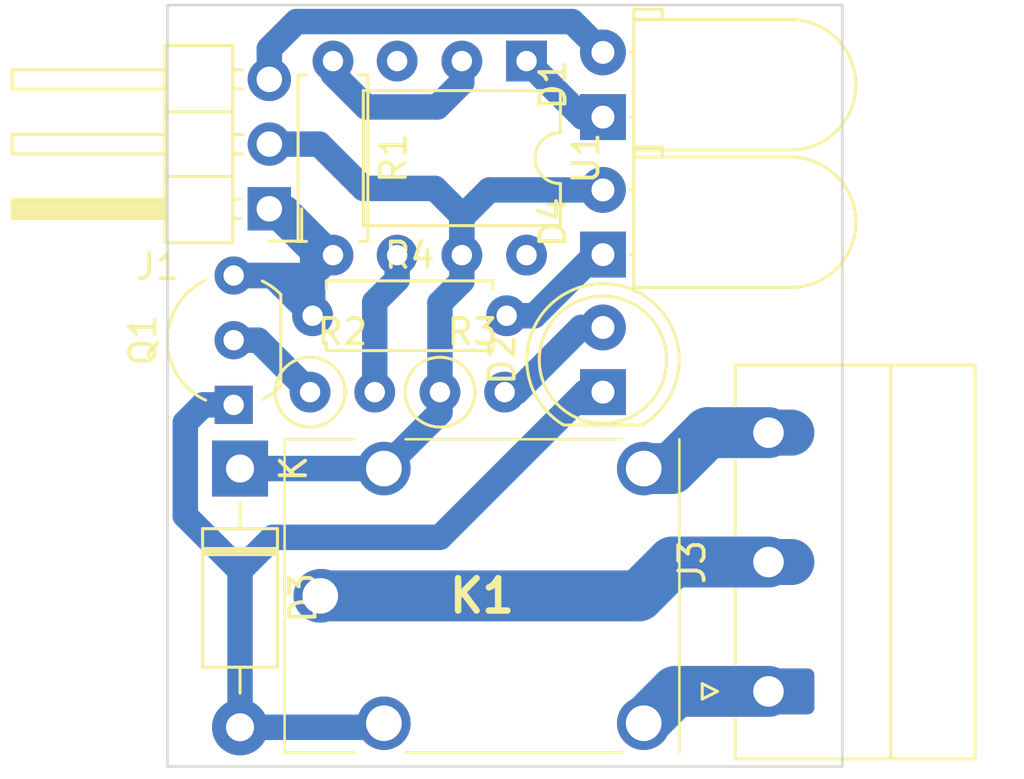
<source format=kicad_pcb>
(kicad_pcb (version 20171130) (host pcbnew 5.1.5+dfsg1-2build2)

  (general
    (thickness 1.6)
    (drawings 4)
    (tracks 72)
    (zones 0)
    (modules 13)
    (nets 14)
  )

  (page A4)
  (title_block
    (title "Power switch relay commanded by logic signal")
    (date 2022-04-16)
    (rev 2)
    (company "Silicon 4007")
    (comment 1 "Tec. Henrique Silva")
  )

  (layers
    (0 F.Cu signal)
    (31 B.Cu signal)
    (32 B.Adhes user)
    (33 F.Adhes user)
    (34 B.Paste user)
    (35 F.Paste user)
    (36 B.SilkS user)
    (37 F.SilkS user)
    (38 B.Mask user)
    (39 F.Mask user)
    (40 Dwgs.User user)
    (41 Cmts.User user)
    (42 Eco1.User user)
    (43 Eco2.User user)
    (44 Edge.Cuts user)
    (45 Margin user)
    (46 B.CrtYd user)
    (47 F.CrtYd user)
    (48 B.Fab user)
    (49 F.Fab user)
  )

  (setup
    (last_trace_width 2)
    (user_trace_width 0.25)
    (user_trace_width 0.5)
    (user_trace_width 0.75)
    (user_trace_width 1)
    (user_trace_width 1.25)
    (user_trace_width 1.5)
    (user_trace_width 1.75)
    (user_trace_width 2)
    (trace_clearance 0.25)
    (zone_clearance 0.508)
    (zone_45_only no)
    (trace_min 0.2)
    (via_size 0.8)
    (via_drill 0.4)
    (via_min_size 0.4)
    (via_min_drill 0.3)
    (uvia_size 0.3)
    (uvia_drill 0.1)
    (uvias_allowed no)
    (uvia_min_size 0.2)
    (uvia_min_drill 0.1)
    (edge_width 0.05)
    (segment_width 0.2)
    (pcb_text_width 0.3)
    (pcb_text_size 1.5 1.5)
    (mod_edge_width 0.12)
    (mod_text_size 1 1)
    (mod_text_width 0.15)
    (pad_size 1.524 1.524)
    (pad_drill 0.762)
    (pad_to_mask_clearance 0.051)
    (solder_mask_min_width 0.25)
    (aux_axis_origin 0 0)
    (visible_elements FFFFFF7F)
    (pcbplotparams
      (layerselection 0x010fc_ffffffff)
      (usegerberextensions false)
      (usegerberattributes false)
      (usegerberadvancedattributes false)
      (creategerberjobfile false)
      (excludeedgelayer true)
      (linewidth 0.100000)
      (plotframeref false)
      (viasonmask false)
      (mode 1)
      (useauxorigin false)
      (hpglpennumber 1)
      (hpglpenspeed 20)
      (hpglpendiameter 15.000000)
      (psnegative false)
      (psa4output false)
      (plotreference true)
      (plotvalue true)
      (plotinvisibletext false)
      (padsonsilk false)
      (subtractmaskfromsilk false)
      (outputformat 1)
      (mirror false)
      (drillshape 1)
      (scaleselection 1)
      (outputdirectory ""))
  )

  (net 0 "")
  (net 1 vll_relay)
  (net 2 "Net-(D1-Pad1)")
  (net 3 vcc_relay)
  (net 4 "Net-(D2-Pad1)")
  (net 5 GNDA)
  (net 6 NC_Relay)
  (net 7 NA_Relay)
  (net 8 C_Relay)
  (net 9 "Net-(Q1-Pad2)")
  (net 10 "Net-(R2-Pad2)")
  (net 11 "Net-(D4-Pad1)")
  (net 12 "Net-(D2-Pad2)")
  (net 13 "Net-(R1-Pad1)")

  (net_class Default "This is the default net class."
    (clearance 0.25)
    (trace_width 0.25)
    (via_dia 0.8)
    (via_drill 0.4)
    (uvia_dia 0.3)
    (uvia_drill 0.1)
    (add_net C_Relay)
    (add_net GNDA)
    (add_net NA_Relay)
    (add_net NC_Relay)
    (add_net "Net-(D1-Pad1)")
    (add_net "Net-(D2-Pad1)")
    (add_net "Net-(D2-Pad2)")
    (add_net "Net-(D4-Pad1)")
    (add_net "Net-(Q1-Pad2)")
    (add_net "Net-(R1-Pad1)")
    (add_net "Net-(R2-Pad2)")
    (add_net "Net-(U1-Pad3)")
    (add_net "Net-(U1-Pad6)")
    (add_net vcc_relay)
    (add_net vll_relay)
  )

  (module LED_THT:LED_D5.0mm_IRGrey (layer F.Cu) (tedit 5A6C9BB8) (tstamp 625BF1CC)
    (at 163.5 97.5 90)
    (descr "LED, diameter 5.0mm, 2 pins, http://cdn-reichelt.de/documents/datenblatt/A500/LL-504BC2E-009.pdf")
    (tags "LED diameter 5.0mm 2 pins")
    (path /6175881B)
    (fp_text reference D2 (at 1.27 -3.96 90) (layer F.SilkS)
      (effects (font (size 1 1) (thickness 0.15)))
    )
    (fp_text value LED (at 1.27 3.96 90) (layer F.Fab)
      (effects (font (size 1 1) (thickness 0.15)))
    )
    (fp_arc (start 1.27 0) (end -1.29 1.54483) (angle -148.9) (layer F.SilkS) (width 0.12))
    (fp_arc (start 1.27 0) (end -1.29 -1.54483) (angle 148.9) (layer F.SilkS) (width 0.12))
    (fp_arc (start 1.27 0) (end -1.23 -1.469694) (angle 299.1) (layer F.Fab) (width 0.1))
    (fp_circle (center 1.27 0) (end 3.77 0) (layer F.SilkS) (width 0.12))
    (fp_circle (center 1.27 0) (end 3.77 0) (layer F.Fab) (width 0.1))
    (fp_line (start 4.5 -3.25) (end -1.95 -3.25) (layer F.CrtYd) (width 0.05))
    (fp_line (start 4.5 3.25) (end 4.5 -3.25) (layer F.CrtYd) (width 0.05))
    (fp_line (start -1.95 3.25) (end 4.5 3.25) (layer F.CrtYd) (width 0.05))
    (fp_line (start -1.95 -3.25) (end -1.95 3.25) (layer F.CrtYd) (width 0.05))
    (fp_line (start -1.29 -1.545) (end -1.29 1.545) (layer F.SilkS) (width 0.12))
    (fp_line (start -1.23 -1.469694) (end -1.23 1.469694) (layer F.Fab) (width 0.1))
    (fp_text user %R (at 1.25 0 90) (layer F.Fab)
      (effects (font (size 0.8 0.8) (thickness 0.2)))
    )
    (pad 2 thru_hole circle (at 2.54 0 90) (size 1.8 1.8) (drill 0.9) (layers *.Cu *.Mask)
      (net 12 "Net-(D2-Pad2)"))
    (pad 1 thru_hole rect (at 0 0 90) (size 1.8 1.8) (drill 0.9) (layers *.Cu *.Mask)
      (net 4 "Net-(D2-Pad1)"))
    (model ${KISYS3DMOD}/LED_THT.3dshapes/LED_D5.0mm_IRGrey.wrl
      (at (xyz 0 0 0))
      (scale (xyz 1 1 1))
      (rotate (xyz 0 0 0))
    )
  )

  (module Connector_Phoenix_MC_HighVoltage:PhoenixContact_MC_1,5_3-G-5.08_1x03_P5.08mm_Horizontal (layer F.Cu) (tedit 5B784ED2) (tstamp 617330CD)
    (at 170 109.25 90)
    (descr "Generic Phoenix Contact connector footprint for: MC_1,5/3-G-5.08; number of pins: 03; pin pitch: 5.08mm; Angled || order number: 1836192 8A 320V")
    (tags "phoenix_contact connector MC_01x03_G_5.08mm")
    (path /61821C7F)
    (fp_text reference J3 (at 5.08 -3 90) (layer F.SilkS)
      (effects (font (size 1 1) (thickness 0.15)))
    )
    (fp_text value RELAY_TERMINAL (at 5.08 9.2 90) (layer F.Fab)
      (effects (font (size 1 1) (thickness 0.15)))
    )
    (fp_text user %R (at 5.08 -0.5 90) (layer F.Fab)
      (effects (font (size 1 1) (thickness 0.15)))
    )
    (fp_line (start 0 0) (end -0.8 -1.2) (layer F.Fab) (width 0.1))
    (fp_line (start 0.8 -1.2) (end 0 0) (layer F.Fab) (width 0.1))
    (fp_line (start -0.3 -2.6) (end 0.3 -2.6) (layer F.SilkS) (width 0.12))
    (fp_line (start 0 -2) (end -0.3 -2.6) (layer F.SilkS) (width 0.12))
    (fp_line (start 0.3 -2.6) (end 0 -2) (layer F.SilkS) (width 0.12))
    (fp_line (start 13.2 -2.3) (end -3.15 -2.3) (layer F.CrtYd) (width 0.05))
    (fp_line (start 13.2 8.5) (end 13.2 -2.3) (layer F.CrtYd) (width 0.05))
    (fp_line (start -3.15 8.5) (end 13.2 8.5) (layer F.CrtYd) (width 0.05))
    (fp_line (start -3.15 -2.3) (end -3.15 8.5) (layer F.CrtYd) (width 0.05))
    (fp_line (start -2.65 4.8) (end 12.81 4.8) (layer F.SilkS) (width 0.12))
    (fp_line (start 12.7 -1.2) (end -2.54 -1.2) (layer F.Fab) (width 0.1))
    (fp_line (start 12.7 8) (end 12.7 -1.2) (layer F.Fab) (width 0.1))
    (fp_line (start -2.54 8) (end 12.7 8) (layer F.Fab) (width 0.1))
    (fp_line (start -2.54 -1.2) (end -2.54 8) (layer F.Fab) (width 0.1))
    (fp_line (start 6.13 -1.31) (end 9.11 -1.31) (layer F.SilkS) (width 0.12))
    (fp_line (start 1.05 -1.31) (end 4.03 -1.31) (layer F.SilkS) (width 0.12))
    (fp_line (start 12.81 -1.31) (end 11.21 -1.31) (layer F.SilkS) (width 0.12))
    (fp_line (start -2.65 -1.31) (end -1.05 -1.31) (layer F.SilkS) (width 0.12))
    (fp_line (start 12.81 8.11) (end 12.81 -1.31) (layer F.SilkS) (width 0.12))
    (fp_line (start -2.65 8.11) (end 12.81 8.11) (layer F.SilkS) (width 0.12))
    (fp_line (start -2.65 -1.31) (end -2.65 8.11) (layer F.SilkS) (width 0.12))
    (pad 3 thru_hole oval (at 10.16 0 90) (size 1.8 3.6) (drill 1.2) (layers *.Cu *.Mask)
      (net 7 NA_Relay))
    (pad 2 thru_hole oval (at 5.08 0 90) (size 1.8 3.6) (drill 1.2) (layers *.Cu *.Mask)
      (net 8 C_Relay))
    (pad 1 thru_hole roundrect (at 0 0 90) (size 1.8 3.6) (drill 1.2) (layers *.Cu *.Mask) (roundrect_rratio 0.138889)
      (net 6 NC_Relay))
    (model ${KISYS3DMOD}/Connector_Phoenix_MC_HighVoltage.3dshapes/PhoenixContact_MC_1,5_3-G-5.08_1x03_P5.08mm_Horizontal.wrl
      (at (xyz 0 0 0))
      (scale (xyz 1 1 1))
      (rotate (xyz 0 0 0))
    )
  )

  (module Resistor_THT:R_Axial_DIN0207_L6.3mm_D2.5mm_P7.62mm_Horizontal (layer F.Cu) (tedit 5AE5139B) (tstamp 625B2D5F)
    (at 152.9 84.5 270)
    (descr "Resistor, Axial_DIN0207 series, Axial, Horizontal, pin pitch=7.62mm, 0.25W = 1/4W, length*diameter=6.3*2.5mm^2, http://cdn-reichelt.de/documents/datenblatt/B400/1_4W%23YAG.pdf")
    (tags "Resistor Axial_DIN0207 series Axial Horizontal pin pitch 7.62mm 0.25W = 1/4W length 6.3mm diameter 2.5mm")
    (path /6172420F)
    (fp_text reference R1 (at 3.81 -2.37 90) (layer F.SilkS)
      (effects (font (size 1 1) (thickness 0.15)))
    )
    (fp_text value 330R (at 3.81 2.37 90) (layer F.Fab)
      (effects (font (size 1 1) (thickness 0.15)))
    )
    (fp_text user %R (at 3.81 0 90) (layer F.Fab)
      (effects (font (size 1 1) (thickness 0.15)))
    )
    (fp_line (start 8.67 -1.5) (end -1.05 -1.5) (layer F.CrtYd) (width 0.05))
    (fp_line (start 8.67 1.5) (end 8.67 -1.5) (layer F.CrtYd) (width 0.05))
    (fp_line (start -1.05 1.5) (end 8.67 1.5) (layer F.CrtYd) (width 0.05))
    (fp_line (start -1.05 -1.5) (end -1.05 1.5) (layer F.CrtYd) (width 0.05))
    (fp_line (start 7.08 1.37) (end 7.08 1.04) (layer F.SilkS) (width 0.12))
    (fp_line (start 0.54 1.37) (end 7.08 1.37) (layer F.SilkS) (width 0.12))
    (fp_line (start 0.54 1.04) (end 0.54 1.37) (layer F.SilkS) (width 0.12))
    (fp_line (start 7.08 -1.37) (end 7.08 -1.04) (layer F.SilkS) (width 0.12))
    (fp_line (start 0.54 -1.37) (end 7.08 -1.37) (layer F.SilkS) (width 0.12))
    (fp_line (start 0.54 -1.04) (end 0.54 -1.37) (layer F.SilkS) (width 0.12))
    (fp_line (start 7.62 0) (end 6.96 0) (layer F.Fab) (width 0.1))
    (fp_line (start 0 0) (end 0.66 0) (layer F.Fab) (width 0.1))
    (fp_line (start 6.96 -1.25) (end 0.66 -1.25) (layer F.Fab) (width 0.1))
    (fp_line (start 6.96 1.25) (end 6.96 -1.25) (layer F.Fab) (width 0.1))
    (fp_line (start 0.66 1.25) (end 6.96 1.25) (layer F.Fab) (width 0.1))
    (fp_line (start 0.66 -1.25) (end 0.66 1.25) (layer F.Fab) (width 0.1))
    (pad 2 thru_hole oval (at 7.62 0 270) (size 1.6 1.6) (drill 0.8) (layers *.Cu *.Mask)
      (net 5 GNDA))
    (pad 1 thru_hole circle (at 0 0 270) (size 1.6 1.6) (drill 0.8) (layers *.Cu *.Mask)
      (net 13 "Net-(R1-Pad1)"))
    (model ${KISYS3DMOD}/Resistor_THT.3dshapes/R_Axial_DIN0207_L6.3mm_D2.5mm_P7.62mm_Horizontal.wrl
      (at (xyz 0 0 0))
      (scale (xyz 1 1 1))
      (rotate (xyz 0 0 0))
    )
  )

  (module Package_DIP:DIP-6_W7.62mm (layer F.Cu) (tedit 5A02E8C5) (tstamp 625C382C)
    (at 160.5 84.5 270)
    (descr "6-lead though-hole mounted DIP package, row spacing 7.62 mm (300 mils)")
    (tags "THT DIP DIL PDIP 2.54mm 7.62mm 300mil")
    (path /6171EBF4)
    (fp_text reference U1 (at 3.81 -2.33 90) (layer F.SilkS)
      (effects (font (size 1 1) (thickness 0.15)))
    )
    (fp_text value 4N35 (at 3.81 7.41 90) (layer F.Fab)
      (effects (font (size 1 1) (thickness 0.15)))
    )
    (fp_text user %R (at 3.81 2.54 90) (layer F.Fab)
      (effects (font (size 1 1) (thickness 0.15)))
    )
    (fp_line (start 8.7 -1.55) (end -1.1 -1.55) (layer F.CrtYd) (width 0.05))
    (fp_line (start 8.7 6.6) (end 8.7 -1.55) (layer F.CrtYd) (width 0.05))
    (fp_line (start -1.1 6.6) (end 8.7 6.6) (layer F.CrtYd) (width 0.05))
    (fp_line (start -1.1 -1.55) (end -1.1 6.6) (layer F.CrtYd) (width 0.05))
    (fp_line (start 6.46 -1.33) (end 4.81 -1.33) (layer F.SilkS) (width 0.12))
    (fp_line (start 6.46 6.41) (end 6.46 -1.33) (layer F.SilkS) (width 0.12))
    (fp_line (start 1.16 6.41) (end 6.46 6.41) (layer F.SilkS) (width 0.12))
    (fp_line (start 1.16 -1.33) (end 1.16 6.41) (layer F.SilkS) (width 0.12))
    (fp_line (start 2.81 -1.33) (end 1.16 -1.33) (layer F.SilkS) (width 0.12))
    (fp_line (start 0.635 -0.27) (end 1.635 -1.27) (layer F.Fab) (width 0.1))
    (fp_line (start 0.635 6.35) (end 0.635 -0.27) (layer F.Fab) (width 0.1))
    (fp_line (start 6.985 6.35) (end 0.635 6.35) (layer F.Fab) (width 0.1))
    (fp_line (start 6.985 -1.27) (end 6.985 6.35) (layer F.Fab) (width 0.1))
    (fp_line (start 1.635 -1.27) (end 6.985 -1.27) (layer F.Fab) (width 0.1))
    (fp_arc (start 3.81 -1.33) (end 2.81 -1.33) (angle -180) (layer F.SilkS) (width 0.12))
    (pad 6 thru_hole oval (at 7.62 0 270) (size 1.6 1.6) (drill 0.8) (layers *.Cu *.Mask))
    (pad 3 thru_hole oval (at 0 5.08 270) (size 1.6 1.6) (drill 0.8) (layers *.Cu *.Mask))
    (pad 5 thru_hole oval (at 7.62 2.54 270) (size 1.6 1.6) (drill 0.8) (layers *.Cu *.Mask)
      (net 3 vcc_relay))
    (pad 2 thru_hole oval (at 0 2.54 270) (size 1.6 1.6) (drill 0.8) (layers *.Cu *.Mask)
      (net 13 "Net-(R1-Pad1)"))
    (pad 4 thru_hole oval (at 7.62 5.08 270) (size 1.6 1.6) (drill 0.8) (layers *.Cu *.Mask)
      (net 10 "Net-(R2-Pad2)"))
    (pad 1 thru_hole rect (at 0 0 270) (size 1.6 1.6) (drill 0.8) (layers *.Cu *.Mask)
      (net 2 "Net-(D1-Pad1)"))
    (model ${KISYS3DMOD}/Package_DIP.3dshapes/DIP-6_W7.62mm.wrl
      (at (xyz 0 0 0))
      (scale (xyz 1 1 1))
      (rotate (xyz 0 0 0))
    )
  )

  (module Resistor_THT:R_Axial_DIN0207_L6.3mm_D2.5mm_P2.54mm_Vertical (layer F.Cu) (tedit 5AE5139B) (tstamp 625BE755)
    (at 157.1 97.5)
    (descr "Resistor, Axial_DIN0207 series, Axial, Vertical, pin pitch=2.54mm, 0.25W = 1/4W, length*diameter=6.3*2.5mm^2, http://cdn-reichelt.de/documents/datenblatt/B400/1_4W%23YAG.pdf")
    (tags "Resistor Axial_DIN0207 series Axial Vertical pin pitch 2.54mm 0.25W = 1/4W length 6.3mm diameter 2.5mm")
    (path /61759419)
    (fp_text reference R3 (at 1.27 -2.37) (layer F.SilkS)
      (effects (font (size 1 1) (thickness 0.15)))
    )
    (fp_text value 330R (at 1.27 2.37) (layer F.Fab)
      (effects (font (size 1 1) (thickness 0.15)))
    )
    (fp_text user %R (at 1.27 -2.37) (layer F.Fab)
      (effects (font (size 1 1) (thickness 0.15)))
    )
    (fp_line (start 3.59 -1.5) (end -1.5 -1.5) (layer F.CrtYd) (width 0.05))
    (fp_line (start 3.59 1.5) (end 3.59 -1.5) (layer F.CrtYd) (width 0.05))
    (fp_line (start -1.5 1.5) (end 3.59 1.5) (layer F.CrtYd) (width 0.05))
    (fp_line (start -1.5 -1.5) (end -1.5 1.5) (layer F.CrtYd) (width 0.05))
    (fp_line (start 1.37 0) (end 1.44 0) (layer F.SilkS) (width 0.12))
    (fp_line (start 0 0) (end 2.54 0) (layer F.Fab) (width 0.1))
    (fp_circle (center 0 0) (end 1.37 0) (layer F.SilkS) (width 0.12))
    (fp_circle (center 0 0) (end 1.25 0) (layer F.Fab) (width 0.1))
    (pad 2 thru_hole oval (at 2.54 0) (size 1.6 1.6) (drill 0.8) (layers *.Cu *.Mask)
      (net 12 "Net-(D2-Pad2)"))
    (pad 1 thru_hole circle (at 0 0) (size 1.6 1.6) (drill 0.8) (layers *.Cu *.Mask)
      (net 3 vcc_relay))
    (model ${KISYS3DMOD}/Resistor_THT.3dshapes/R_Axial_DIN0207_L6.3mm_D2.5mm_P2.54mm_Vertical.wrl
      (at (xyz 0 0 0))
      (scale (xyz 1 1 1))
      (rotate (xyz 0 0 0))
    )
  )

  (module Resistor_THT:R_Axial_DIN0207_L6.3mm_D2.5mm_P2.54mm_Vertical (layer F.Cu) (tedit 5AE5139B) (tstamp 625BE6EA)
    (at 152 97.5)
    (descr "Resistor, Axial_DIN0207 series, Axial, Vertical, pin pitch=2.54mm, 0.25W = 1/4W, length*diameter=6.3*2.5mm^2, http://cdn-reichelt.de/documents/datenblatt/B400/1_4W%23YAG.pdf")
    (tags "Resistor Axial_DIN0207 series Axial Vertical pin pitch 2.54mm 0.25W = 1/4W length 6.3mm diameter 2.5mm")
    (path /6171FD8B)
    (fp_text reference R2 (at 1.27 -2.37) (layer F.SilkS)
      (effects (font (size 1 1) (thickness 0.15)))
    )
    (fp_text value 12K (at 1.27 2.37) (layer F.Fab)
      (effects (font (size 1 1) (thickness 0.15)))
    )
    (fp_text user %R (at 1.27 -2.37) (layer F.Fab)
      (effects (font (size 1 1) (thickness 0.15)))
    )
    (fp_line (start 3.59 -1.5) (end -1.5 -1.5) (layer F.CrtYd) (width 0.05))
    (fp_line (start 3.59 1.5) (end 3.59 -1.5) (layer F.CrtYd) (width 0.05))
    (fp_line (start -1.5 1.5) (end 3.59 1.5) (layer F.CrtYd) (width 0.05))
    (fp_line (start -1.5 -1.5) (end -1.5 1.5) (layer F.CrtYd) (width 0.05))
    (fp_line (start 1.37 0) (end 1.44 0) (layer F.SilkS) (width 0.12))
    (fp_line (start 0 0) (end 2.54 0) (layer F.Fab) (width 0.1))
    (fp_circle (center 0 0) (end 1.37 0) (layer F.SilkS) (width 0.12))
    (fp_circle (center 0 0) (end 1.25 0) (layer F.Fab) (width 0.1))
    (pad 2 thru_hole oval (at 2.54 0) (size 1.6 1.6) (drill 0.8) (layers *.Cu *.Mask)
      (net 10 "Net-(R2-Pad2)"))
    (pad 1 thru_hole circle (at 0 0) (size 1.6 1.6) (drill 0.8) (layers *.Cu *.Mask)
      (net 9 "Net-(Q1-Pad2)"))
    (model ${KISYS3DMOD}/Resistor_THT.3dshapes/R_Axial_DIN0207_L6.3mm_D2.5mm_P2.54mm_Vertical.wrl
      (at (xyz 0 0 0))
      (scale (xyz 1 1 1))
      (rotate (xyz 0 0 0))
    )
  )

  (module Package_TO_SOT_THT:TO-92_Inline_Wide (layer F.Cu) (tedit 5A02FF81) (tstamp 625C363E)
    (at 149 98 90)
    (descr "TO-92 leads in-line, wide, drill 0.75mm (see NXP sot054_po.pdf)")
    (tags "to-92 sc-43 sc-43a sot54 PA33 transistor")
    (path /617190C2)
    (fp_text reference Q1 (at 2.54 -3.56 90) (layer F.SilkS)
      (effects (font (size 1 1) (thickness 0.15)))
    )
    (fp_text value BC549 (at 2.54 2.79 90) (layer F.Fab)
      (effects (font (size 1 1) (thickness 0.15)))
    )
    (fp_arc (start 2.54 0) (end 4.34 1.85) (angle -20) (layer F.SilkS) (width 0.12))
    (fp_arc (start 2.54 0) (end 2.54 -2.48) (angle -135) (layer F.Fab) (width 0.1))
    (fp_arc (start 2.54 0) (end 2.54 -2.48) (angle 135) (layer F.Fab) (width 0.1))
    (fp_arc (start 2.54 0) (end 2.54 -2.6) (angle 65) (layer F.SilkS) (width 0.12))
    (fp_arc (start 2.54 0) (end 2.54 -2.6) (angle -65) (layer F.SilkS) (width 0.12))
    (fp_arc (start 2.54 0) (end 0.74 1.85) (angle 20) (layer F.SilkS) (width 0.12))
    (fp_line (start 6.09 2.01) (end -1.01 2.01) (layer F.CrtYd) (width 0.05))
    (fp_line (start 6.09 2.01) (end 6.09 -2.73) (layer F.CrtYd) (width 0.05))
    (fp_line (start -1.01 -2.73) (end -1.01 2.01) (layer F.CrtYd) (width 0.05))
    (fp_line (start -1.01 -2.73) (end 6.09 -2.73) (layer F.CrtYd) (width 0.05))
    (fp_line (start 0.8 1.75) (end 4.3 1.75) (layer F.Fab) (width 0.1))
    (fp_line (start 0.74 1.85) (end 4.34 1.85) (layer F.SilkS) (width 0.12))
    (fp_text user %R (at 2.54 -3.56 90) (layer F.Fab)
      (effects (font (size 1 1) (thickness 0.15)))
    )
    (pad 1 thru_hole rect (at 0 0 180) (size 1.5 1.5) (drill 0.8) (layers *.Cu *.Mask)
      (net 4 "Net-(D2-Pad1)"))
    (pad 3 thru_hole circle (at 5.08 0 180) (size 1.5 1.5) (drill 0.8) (layers *.Cu *.Mask)
      (net 5 GNDA))
    (pad 2 thru_hole circle (at 2.54 0 180) (size 1.5 1.5) (drill 0.8) (layers *.Cu *.Mask)
      (net 9 "Net-(Q1-Pad2)"))
    (model ${KISYS3DMOD}/Package_TO_SOT_THT.3dshapes/TO-92_Inline_Wide.wrl
      (at (xyz 0 0 0))
      (scale (xyz 1 1 1))
      (rotate (xyz 0 0 0))
    )
  )

  (module Connector_PinHeader_2.54mm:PinHeader_1x03_P2.54mm_Horizontal (layer F.Cu) (tedit 59FED5CB) (tstamp 625BCB76)
    (at 150.4 90.3 180)
    (descr "Through hole angled pin header, 1x03, 2.54mm pitch, 6mm pin length, single row")
    (tags "Through hole angled pin header THT 1x03 2.54mm single row")
    (path /6180A01A)
    (fp_text reference J1 (at 4.385 -2.27) (layer F.SilkS)
      (effects (font (size 1 1) (thickness 0.15)))
    )
    (fp_text value CONN (at 4.385 7.35) (layer F.Fab)
      (effects (font (size 1 1) (thickness 0.15)))
    )
    (fp_text user %R (at 2.77 2.54 90) (layer F.Fab)
      (effects (font (size 1 1) (thickness 0.15)))
    )
    (fp_line (start 10.55 -1.8) (end -1.8 -1.8) (layer F.CrtYd) (width 0.05))
    (fp_line (start 10.55 6.85) (end 10.55 -1.8) (layer F.CrtYd) (width 0.05))
    (fp_line (start -1.8 6.85) (end 10.55 6.85) (layer F.CrtYd) (width 0.05))
    (fp_line (start -1.8 -1.8) (end -1.8 6.85) (layer F.CrtYd) (width 0.05))
    (fp_line (start -1.27 -1.27) (end 0 -1.27) (layer F.SilkS) (width 0.12))
    (fp_line (start -1.27 0) (end -1.27 -1.27) (layer F.SilkS) (width 0.12))
    (fp_line (start 1.042929 5.46) (end 1.44 5.46) (layer F.SilkS) (width 0.12))
    (fp_line (start 1.042929 4.7) (end 1.44 4.7) (layer F.SilkS) (width 0.12))
    (fp_line (start 10.1 5.46) (end 4.1 5.46) (layer F.SilkS) (width 0.12))
    (fp_line (start 10.1 4.7) (end 10.1 5.46) (layer F.SilkS) (width 0.12))
    (fp_line (start 4.1 4.7) (end 10.1 4.7) (layer F.SilkS) (width 0.12))
    (fp_line (start 1.44 3.81) (end 4.1 3.81) (layer F.SilkS) (width 0.12))
    (fp_line (start 1.042929 2.92) (end 1.44 2.92) (layer F.SilkS) (width 0.12))
    (fp_line (start 1.042929 2.16) (end 1.44 2.16) (layer F.SilkS) (width 0.12))
    (fp_line (start 10.1 2.92) (end 4.1 2.92) (layer F.SilkS) (width 0.12))
    (fp_line (start 10.1 2.16) (end 10.1 2.92) (layer F.SilkS) (width 0.12))
    (fp_line (start 4.1 2.16) (end 10.1 2.16) (layer F.SilkS) (width 0.12))
    (fp_line (start 1.44 1.27) (end 4.1 1.27) (layer F.SilkS) (width 0.12))
    (fp_line (start 1.11 0.38) (end 1.44 0.38) (layer F.SilkS) (width 0.12))
    (fp_line (start 1.11 -0.38) (end 1.44 -0.38) (layer F.SilkS) (width 0.12))
    (fp_line (start 4.1 0.28) (end 10.1 0.28) (layer F.SilkS) (width 0.12))
    (fp_line (start 4.1 0.16) (end 10.1 0.16) (layer F.SilkS) (width 0.12))
    (fp_line (start 4.1 0.04) (end 10.1 0.04) (layer F.SilkS) (width 0.12))
    (fp_line (start 4.1 -0.08) (end 10.1 -0.08) (layer F.SilkS) (width 0.12))
    (fp_line (start 4.1 -0.2) (end 10.1 -0.2) (layer F.SilkS) (width 0.12))
    (fp_line (start 4.1 -0.32) (end 10.1 -0.32) (layer F.SilkS) (width 0.12))
    (fp_line (start 10.1 0.38) (end 4.1 0.38) (layer F.SilkS) (width 0.12))
    (fp_line (start 10.1 -0.38) (end 10.1 0.38) (layer F.SilkS) (width 0.12))
    (fp_line (start 4.1 -0.38) (end 10.1 -0.38) (layer F.SilkS) (width 0.12))
    (fp_line (start 4.1 -1.33) (end 1.44 -1.33) (layer F.SilkS) (width 0.12))
    (fp_line (start 4.1 6.41) (end 4.1 -1.33) (layer F.SilkS) (width 0.12))
    (fp_line (start 1.44 6.41) (end 4.1 6.41) (layer F.SilkS) (width 0.12))
    (fp_line (start 1.44 -1.33) (end 1.44 6.41) (layer F.SilkS) (width 0.12))
    (fp_line (start 4.04 5.4) (end 10.04 5.4) (layer F.Fab) (width 0.1))
    (fp_line (start 10.04 4.76) (end 10.04 5.4) (layer F.Fab) (width 0.1))
    (fp_line (start 4.04 4.76) (end 10.04 4.76) (layer F.Fab) (width 0.1))
    (fp_line (start -0.32 5.4) (end 1.5 5.4) (layer F.Fab) (width 0.1))
    (fp_line (start -0.32 4.76) (end -0.32 5.4) (layer F.Fab) (width 0.1))
    (fp_line (start -0.32 4.76) (end 1.5 4.76) (layer F.Fab) (width 0.1))
    (fp_line (start 4.04 2.86) (end 10.04 2.86) (layer F.Fab) (width 0.1))
    (fp_line (start 10.04 2.22) (end 10.04 2.86) (layer F.Fab) (width 0.1))
    (fp_line (start 4.04 2.22) (end 10.04 2.22) (layer F.Fab) (width 0.1))
    (fp_line (start -0.32 2.86) (end 1.5 2.86) (layer F.Fab) (width 0.1))
    (fp_line (start -0.32 2.22) (end -0.32 2.86) (layer F.Fab) (width 0.1))
    (fp_line (start -0.32 2.22) (end 1.5 2.22) (layer F.Fab) (width 0.1))
    (fp_line (start 4.04 0.32) (end 10.04 0.32) (layer F.Fab) (width 0.1))
    (fp_line (start 10.04 -0.32) (end 10.04 0.32) (layer F.Fab) (width 0.1))
    (fp_line (start 4.04 -0.32) (end 10.04 -0.32) (layer F.Fab) (width 0.1))
    (fp_line (start -0.32 0.32) (end 1.5 0.32) (layer F.Fab) (width 0.1))
    (fp_line (start -0.32 -0.32) (end -0.32 0.32) (layer F.Fab) (width 0.1))
    (fp_line (start -0.32 -0.32) (end 1.5 -0.32) (layer F.Fab) (width 0.1))
    (fp_line (start 1.5 -0.635) (end 2.135 -1.27) (layer F.Fab) (width 0.1))
    (fp_line (start 1.5 6.35) (end 1.5 -0.635) (layer F.Fab) (width 0.1))
    (fp_line (start 4.04 6.35) (end 1.5 6.35) (layer F.Fab) (width 0.1))
    (fp_line (start 4.04 -1.27) (end 4.04 6.35) (layer F.Fab) (width 0.1))
    (fp_line (start 2.135 -1.27) (end 4.04 -1.27) (layer F.Fab) (width 0.1))
    (pad 3 thru_hole oval (at 0 5.08 180) (size 1.7 1.7) (drill 1) (layers *.Cu *.Mask)
      (net 1 vll_relay))
    (pad 2 thru_hole oval (at 0 2.54 180) (size 1.7 1.7) (drill 1) (layers *.Cu *.Mask)
      (net 3 vcc_relay))
    (pad 1 thru_hole rect (at 0 0 180) (size 1.7 1.7) (drill 1) (layers *.Cu *.Mask)
      (net 5 GNDA))
    (model ${KISYS3DMOD}/Connector_PinHeader_2.54mm.3dshapes/PinHeader_1x03_P2.54mm_Horizontal.wrl
      (at (xyz 0 0 0))
      (scale (xyz 1 1 1))
      (rotate (xyz 0 0 0))
    )
  )

  (module Resistor_THT:R_Axial_DIN0207_L6.3mm_D2.5mm_P7.62mm_Horizontal (layer F.Cu) (tedit 5AE5139B) (tstamp 625B2C90)
    (at 152.1 94.5)
    (descr "Resistor, Axial_DIN0207 series, Axial, Horizontal, pin pitch=7.62mm, 0.25W = 1/4W, length*diameter=6.3*2.5mm^2, http://cdn-reichelt.de/documents/datenblatt/B400/1_4W%23YAG.pdf")
    (tags "Resistor Axial_DIN0207 series Axial Horizontal pin pitch 7.62mm 0.25W = 1/4W length 6.3mm diameter 2.5mm")
    (path /61753221)
    (fp_text reference R4 (at 3.81 -2.37) (layer F.SilkS)
      (effects (font (size 1 1) (thickness 0.15)))
    )
    (fp_text value 330R (at 3.81 2.37) (layer F.Fab)
      (effects (font (size 1 1) (thickness 0.15)))
    )
    (fp_line (start 8.67 -1.5) (end -1.05 -1.5) (layer F.CrtYd) (width 0.05))
    (fp_line (start 8.67 1.5) (end 8.67 -1.5) (layer F.CrtYd) (width 0.05))
    (fp_line (start -1.05 1.5) (end 8.67 1.5) (layer F.CrtYd) (width 0.05))
    (fp_line (start -1.05 -1.5) (end -1.05 1.5) (layer F.CrtYd) (width 0.05))
    (fp_line (start 7.08 1.37) (end 7.08 1.04) (layer F.SilkS) (width 0.12))
    (fp_line (start 0.54 1.37) (end 7.08 1.37) (layer F.SilkS) (width 0.12))
    (fp_line (start 0.54 1.04) (end 0.54 1.37) (layer F.SilkS) (width 0.12))
    (fp_line (start 7.08 -1.37) (end 7.08 -1.04) (layer F.SilkS) (width 0.12))
    (fp_line (start 0.54 -1.37) (end 7.08 -1.37) (layer F.SilkS) (width 0.12))
    (fp_line (start 0.54 -1.04) (end 0.54 -1.37) (layer F.SilkS) (width 0.12))
    (fp_line (start 7.62 0) (end 6.96 0) (layer F.Fab) (width 0.1))
    (fp_line (start 0 0) (end 0.66 0) (layer F.Fab) (width 0.1))
    (fp_line (start 6.96 -1.25) (end 0.66 -1.25) (layer F.Fab) (width 0.1))
    (fp_line (start 6.96 1.25) (end 6.96 -1.25) (layer F.Fab) (width 0.1))
    (fp_line (start 0.66 1.25) (end 6.96 1.25) (layer F.Fab) (width 0.1))
    (fp_line (start 0.66 -1.25) (end 0.66 1.25) (layer F.Fab) (width 0.1))
    (pad 2 thru_hole oval (at 7.62 0) (size 1.6 1.6) (drill 0.8) (layers *.Cu *.Mask)
      (net 11 "Net-(D4-Pad1)"))
    (pad 1 thru_hole circle (at 0 0) (size 1.6 1.6) (drill 0.8) (layers *.Cu *.Mask)
      (net 5 GNDA))
    (model ${KISYS3DMOD}/Resistor_THT.3dshapes/R_Axial_DIN0207_L6.3mm_D2.5mm_P7.62mm_Horizontal.wrl
      (at (xyz 0 0 0))
      (scale (xyz 1 1 1))
      (rotate (xyz 0 0 0))
    )
  )

  (module LED_THT:LED_D5.0mm_Horizontal_O1.27mm_Z3.0mm_Clear (layer F.Cu) (tedit 5A6C9E1C) (tstamp 625B9634)
    (at 163.5 86.7 90)
    (descr "LED, diameter 5.0mm z-position of LED center 3.0mm, 2 pins")
    (tags "LED diameter 5.0mm z-position of LED center 3.0mm 2 pins")
    (path /617225DB)
    (fp_text reference D1 (at 1.27 -1.96 90) (layer F.SilkS)
      (effects (font (size 1 1) (thickness 0.15)))
    )
    (fp_text value LED (at 1.27 10.93 90) (layer F.Fab)
      (effects (font (size 1 1) (thickness 0.15)))
    )
    (fp_arc (start 1.27 7.37) (end -1.29 7.37) (angle -180) (layer F.SilkS) (width 0.12))
    (fp_arc (start 1.27 7.37) (end -1.23 7.37) (angle -180) (layer F.Fab) (width 0.1))
    (fp_line (start 4.5 -1.25) (end -1.95 -1.25) (layer F.CrtYd) (width 0.05))
    (fp_line (start 4.5 10.2) (end 4.5 -1.25) (layer F.CrtYd) (width 0.05))
    (fp_line (start -1.95 10.2) (end 4.5 10.2) (layer F.CrtYd) (width 0.05))
    (fp_line (start -1.95 -1.25) (end -1.95 10.2) (layer F.CrtYd) (width 0.05))
    (fp_line (start 2.54 1.08) (end 2.54 1.08) (layer F.SilkS) (width 0.12))
    (fp_line (start 2.54 1.21) (end 2.54 1.08) (layer F.SilkS) (width 0.12))
    (fp_line (start 2.54 1.21) (end 2.54 1.21) (layer F.SilkS) (width 0.12))
    (fp_line (start 2.54 1.08) (end 2.54 1.21) (layer F.SilkS) (width 0.12))
    (fp_line (start 0 1.08) (end 0 1.08) (layer F.SilkS) (width 0.12))
    (fp_line (start 0 1.21) (end 0 1.08) (layer F.SilkS) (width 0.12))
    (fp_line (start 0 1.21) (end 0 1.21) (layer F.SilkS) (width 0.12))
    (fp_line (start 0 1.08) (end 0 1.21) (layer F.SilkS) (width 0.12))
    (fp_line (start 3.83 1.21) (end 4.23 1.21) (layer F.SilkS) (width 0.12))
    (fp_line (start 3.83 2.33) (end 3.83 1.21) (layer F.SilkS) (width 0.12))
    (fp_line (start 4.23 2.33) (end 3.83 2.33) (layer F.SilkS) (width 0.12))
    (fp_line (start 4.23 1.21) (end 4.23 2.33) (layer F.SilkS) (width 0.12))
    (fp_line (start -1.29 1.21) (end 3.83 1.21) (layer F.SilkS) (width 0.12))
    (fp_line (start 3.83 1.21) (end 3.83 7.37) (layer F.SilkS) (width 0.12))
    (fp_line (start -1.29 1.21) (end -1.29 7.37) (layer F.SilkS) (width 0.12))
    (fp_line (start 2.54 0) (end 2.54 0) (layer F.Fab) (width 0.1))
    (fp_line (start 2.54 1.27) (end 2.54 0) (layer F.Fab) (width 0.1))
    (fp_line (start 2.54 1.27) (end 2.54 1.27) (layer F.Fab) (width 0.1))
    (fp_line (start 2.54 0) (end 2.54 1.27) (layer F.Fab) (width 0.1))
    (fp_line (start 0 0) (end 0 0) (layer F.Fab) (width 0.1))
    (fp_line (start 0 1.27) (end 0 0) (layer F.Fab) (width 0.1))
    (fp_line (start 0 1.27) (end 0 1.27) (layer F.Fab) (width 0.1))
    (fp_line (start 0 0) (end 0 1.27) (layer F.Fab) (width 0.1))
    (fp_line (start 3.77 1.27) (end 4.17 1.27) (layer F.Fab) (width 0.1))
    (fp_line (start 3.77 2.27) (end 3.77 1.27) (layer F.Fab) (width 0.1))
    (fp_line (start 4.17 2.27) (end 3.77 2.27) (layer F.Fab) (width 0.1))
    (fp_line (start 4.17 1.27) (end 4.17 2.27) (layer F.Fab) (width 0.1))
    (fp_line (start -1.23 1.27) (end 3.77 1.27) (layer F.Fab) (width 0.1))
    (fp_line (start 3.77 1.27) (end 3.77 7.37) (layer F.Fab) (width 0.1))
    (fp_line (start -1.23 1.27) (end -1.23 7.37) (layer F.Fab) (width 0.1))
    (fp_text user %R (at 1.27 0 90) (layer F.Fab)
      (effects (font (size 1 1) (thickness 0.15)))
    )
    (pad 2 thru_hole circle (at 2.54 0 90) (size 1.8 1.8) (drill 0.9) (layers *.Cu *.Mask)
      (net 1 vll_relay))
    (pad 1 thru_hole rect (at 0 0 90) (size 1.8 1.8) (drill 0.9) (layers *.Cu *.Mask)
      (net 2 "Net-(D1-Pad1)"))
    (model ${KISYS3DMOD}/LED_THT.3dshapes/LED_D5.0mm_Horizontal_O1.27mm_Z3.0mm_Clear.wrl
      (at (xyz 0 0 0))
      (scale (xyz 1 1 1))
      (rotate (xyz 0 0 0))
    )
  )

  (module LED_THT:LED_D5.0mm_Horizontal_O1.27mm_Z3.0mm (layer F.Cu) (tedit 5880A862) (tstamp 625B96B1)
    (at 163.5 92.1 90)
    (descr "LED, diameter 5.0mm z-position of LED center 3.0mm, 2 pins")
    (tags "LED diameter 5.0mm z-position of LED center 3.0mm 2 pins")
    (path /61752B36)
    (fp_text reference D4 (at 1.27 -1.96 90) (layer F.SilkS)
      (effects (font (size 1 1) (thickness 0.15)))
    )
    (fp_text value LED (at 1.27 10.93 90) (layer F.Fab)
      (effects (font (size 1 1) (thickness 0.15)))
    )
    (fp_line (start 4.5 -1.25) (end -1.95 -1.25) (layer F.CrtYd) (width 0.05))
    (fp_line (start 4.5 10.2) (end 4.5 -1.25) (layer F.CrtYd) (width 0.05))
    (fp_line (start -1.95 10.2) (end 4.5 10.2) (layer F.CrtYd) (width 0.05))
    (fp_line (start -1.95 -1.25) (end -1.95 10.2) (layer F.CrtYd) (width 0.05))
    (fp_line (start 2.54 1.08) (end 2.54 1.08) (layer F.SilkS) (width 0.12))
    (fp_line (start 2.54 1.21) (end 2.54 1.08) (layer F.SilkS) (width 0.12))
    (fp_line (start 2.54 1.21) (end 2.54 1.21) (layer F.SilkS) (width 0.12))
    (fp_line (start 2.54 1.08) (end 2.54 1.21) (layer F.SilkS) (width 0.12))
    (fp_line (start 0 1.08) (end 0 1.08) (layer F.SilkS) (width 0.12))
    (fp_line (start 0 1.21) (end 0 1.08) (layer F.SilkS) (width 0.12))
    (fp_line (start 0 1.21) (end 0 1.21) (layer F.SilkS) (width 0.12))
    (fp_line (start 0 1.08) (end 0 1.21) (layer F.SilkS) (width 0.12))
    (fp_line (start 3.83 1.21) (end 4.23 1.21) (layer F.SilkS) (width 0.12))
    (fp_line (start 3.83 2.33) (end 3.83 1.21) (layer F.SilkS) (width 0.12))
    (fp_line (start 4.23 2.33) (end 3.83 2.33) (layer F.SilkS) (width 0.12))
    (fp_line (start 4.23 1.21) (end 4.23 2.33) (layer F.SilkS) (width 0.12))
    (fp_line (start -1.29 1.21) (end 3.83 1.21) (layer F.SilkS) (width 0.12))
    (fp_line (start 3.83 1.21) (end 3.83 7.37) (layer F.SilkS) (width 0.12))
    (fp_line (start -1.29 1.21) (end -1.29 7.37) (layer F.SilkS) (width 0.12))
    (fp_line (start 2.54 0) (end 2.54 0) (layer F.Fab) (width 0.1))
    (fp_line (start 2.54 1.27) (end 2.54 0) (layer F.Fab) (width 0.1))
    (fp_line (start 2.54 1.27) (end 2.54 1.27) (layer F.Fab) (width 0.1))
    (fp_line (start 2.54 0) (end 2.54 1.27) (layer F.Fab) (width 0.1))
    (fp_line (start 0 0) (end 0 0) (layer F.Fab) (width 0.1))
    (fp_line (start 0 1.27) (end 0 0) (layer F.Fab) (width 0.1))
    (fp_line (start 0 1.27) (end 0 1.27) (layer F.Fab) (width 0.1))
    (fp_line (start 0 0) (end 0 1.27) (layer F.Fab) (width 0.1))
    (fp_line (start 3.77 1.27) (end 4.17 1.27) (layer F.Fab) (width 0.1))
    (fp_line (start 3.77 2.27) (end 3.77 1.27) (layer F.Fab) (width 0.1))
    (fp_line (start 4.17 2.27) (end 3.77 2.27) (layer F.Fab) (width 0.1))
    (fp_line (start 4.17 1.27) (end 4.17 2.27) (layer F.Fab) (width 0.1))
    (fp_line (start -1.23 1.27) (end 3.77 1.27) (layer F.Fab) (width 0.1))
    (fp_line (start 3.77 1.27) (end 3.77 7.37) (layer F.Fab) (width 0.1))
    (fp_line (start -1.23 1.27) (end -1.23 7.37) (layer F.Fab) (width 0.1))
    (fp_arc (start 1.27 7.37) (end -1.29 7.37) (angle -180) (layer F.SilkS) (width 0.12))
    (fp_arc (start 1.27 7.37) (end -1.23 7.37) (angle -180) (layer F.Fab) (width 0.1))
    (pad 2 thru_hole circle (at 2.54 0 90) (size 1.8 1.8) (drill 0.9) (layers *.Cu *.Mask)
      (net 3 vcc_relay))
    (pad 1 thru_hole rect (at 0 0 90) (size 1.8 1.8) (drill 0.9) (layers *.Cu *.Mask)
      (net 11 "Net-(D4-Pad1)"))
    (model ${KISYS3DMOD}/LED_THT.3dshapes/LED_D5.0mm_Horizontal_O1.27mm_Z3.0mm.wrl
      (at (xyz 0 0 0))
      (scale (xyz 1 1 1))
      (rotate (xyz 0 0 0))
    )
  )

  (module SRA-12VDC-CL:SRA12VDCCL (layer F.Cu) (tedit 625A3378) (tstamp 625A985A)
    (at 158.75 105.5)
    (descr SRA-12VDC-CL)
    (tags "Relay or Contactor")
    (path /625A9924)
    (fp_text reference K1 (at 0 0) (layer F.SilkS)
      (effects (font (size 1.27 1.27) (thickness 0.254)))
    )
    (fp_text value SRA-12VDC-CL-REMIX (at 0 0) (layer F.SilkS) hide
      (effects (font (size 1.27 1.27) (thickness 0.254)))
    )
    (fp_text user %R (at 0 0) (layer F.Fab)
      (effects (font (size 1.27 1.27) (thickness 0.254)))
    )
    (fp_line (start -7.75 -6.15) (end 7.75 -6.15) (layer F.Fab) (width 0.2))
    (fp_line (start 7.75 -6.15) (end 7.75 6.15) (layer F.Fab) (width 0.2))
    (fp_line (start 7.75 6.15) (end -7.75 6.15) (layer F.Fab) (width 0.2))
    (fp_line (start -7.75 6.15) (end -7.75 -6.15) (layer F.Fab) (width 0.2))
    (fp_line (start -8.75 -7.15) (end 8.75 -7.15) (layer F.CrtYd) (width 0.1))
    (fp_line (start 8.75 -7.15) (end 8.75 7.15) (layer F.CrtYd) (width 0.1))
    (fp_line (start 8.75 7.15) (end -8.75 7.15) (layer F.CrtYd) (width 0.1))
    (fp_line (start -8.75 7.15) (end -8.75 -7.15) (layer F.CrtYd) (width 0.1))
    (fp_line (start -5 -6.15) (end -7.75 -6.15) (layer F.SilkS) (width 0.1))
    (fp_line (start -7.75 -6.15) (end -7.75 6.15) (layer F.SilkS) (width 0.1))
    (fp_line (start -7.75 6.15) (end -5 6.15) (layer F.SilkS) (width 0.1))
    (fp_line (start 7.75 6.15) (end 7.75 -6.15) (layer F.SilkS) (width 0.1))
    (fp_line (start -3 -6.15) (end 5.5 -6.15) (layer F.SilkS) (width 0.1))
    (fp_line (start -3 6.15) (end 5.5 6.15) (layer F.SilkS) (width 0.1))
    (pad 5 thru_hole circle (at -3.85 5) (size 2.1 2.1) (drill 1.4) (layers *.Cu *.Mask)
      (net 4 "Net-(D2-Pad1)"))
    (pad 4 thru_hole circle (at 6.35 5) (size 2.1 2.1) (drill 1.4) (layers *.Cu *.Mask)
      (net 6 NC_Relay))
    (pad 3 thru_hole circle (at 6.35 -5) (size 2.1 2.1) (drill 1.4) (layers *.Cu *.Mask)
      (net 7 NA_Relay))
    (pad 2 thru_hole circle (at -3.85 -5) (size 2.1 2.1) (drill 1.4) (layers *.Cu *.Mask)
      (net 3 vcc_relay))
    (pad 1 thru_hole circle (at -6.35 0) (size 2.1 2.1) (drill 1.4) (layers *.Cu *.Mask)
      (net 8 C_Relay))
    (model SRA-12VDC-CL.stp
      (at (xyz 0 0 0))
      (scale (xyz 1 1 1))
      (rotate (xyz 0 0 0))
    )
    (model ${KIPRJMOD}/complement/SRA-12VDC-CL/LIB_SRA-12VDC-CL/SRA-12VDC-CL/3D/SRA-12VDC-CL.stp
      (at (xyz 0 0 0))
      (scale (xyz 1 1 1))
      (rotate (xyz 0 0 0))
    )
  )

  (module Diode_THT:D_DO-41_SOD81_P10.16mm_Horizontal (layer F.Cu) (tedit 5AE50CD5) (tstamp 625C0C69)
    (at 149.25 100.5 270)
    (descr "Diode, DO-41_SOD81 series, Axial, Horizontal, pin pitch=10.16mm, , length*diameter=5.2*2.7mm^2, , http://www.diodes.com/_files/packages/DO-41%20(Plastic).pdf")
    (tags "Diode DO-41_SOD81 series Axial Horizontal pin pitch 10.16mm  length 5.2mm diameter 2.7mm")
    (path /61719E36)
    (fp_text reference D3 (at 5.08 -2.47 90) (layer F.SilkS)
      (effects (font (size 1 1) (thickness 0.15)))
    )
    (fp_text value 1N47xxA (at 5.08 2.47 90) (layer F.Fab)
      (effects (font (size 1 1) (thickness 0.15)))
    )
    (fp_text user K (at 0 -2.1 90) (layer F.SilkS)
      (effects (font (size 1 1) (thickness 0.15)))
    )
    (fp_text user K (at 0 -2.1 90) (layer F.Fab)
      (effects (font (size 1 1) (thickness 0.15)))
    )
    (fp_text user %R (at 5.47 0 90) (layer F.Fab)
      (effects (font (size 1 1) (thickness 0.15)))
    )
    (fp_line (start 11.51 -1.6) (end -1.35 -1.6) (layer F.CrtYd) (width 0.05))
    (fp_line (start 11.51 1.6) (end 11.51 -1.6) (layer F.CrtYd) (width 0.05))
    (fp_line (start -1.35 1.6) (end 11.51 1.6) (layer F.CrtYd) (width 0.05))
    (fp_line (start -1.35 -1.6) (end -1.35 1.6) (layer F.CrtYd) (width 0.05))
    (fp_line (start 3.14 -1.47) (end 3.14 1.47) (layer F.SilkS) (width 0.12))
    (fp_line (start 3.38 -1.47) (end 3.38 1.47) (layer F.SilkS) (width 0.12))
    (fp_line (start 3.26 -1.47) (end 3.26 1.47) (layer F.SilkS) (width 0.12))
    (fp_line (start 8.82 0) (end 7.8 0) (layer F.SilkS) (width 0.12))
    (fp_line (start 1.34 0) (end 2.36 0) (layer F.SilkS) (width 0.12))
    (fp_line (start 7.8 -1.47) (end 2.36 -1.47) (layer F.SilkS) (width 0.12))
    (fp_line (start 7.8 1.47) (end 7.8 -1.47) (layer F.SilkS) (width 0.12))
    (fp_line (start 2.36 1.47) (end 7.8 1.47) (layer F.SilkS) (width 0.12))
    (fp_line (start 2.36 -1.47) (end 2.36 1.47) (layer F.SilkS) (width 0.12))
    (fp_line (start 3.16 -1.35) (end 3.16 1.35) (layer F.Fab) (width 0.1))
    (fp_line (start 3.36 -1.35) (end 3.36 1.35) (layer F.Fab) (width 0.1))
    (fp_line (start 3.26 -1.35) (end 3.26 1.35) (layer F.Fab) (width 0.1))
    (fp_line (start 10.16 0) (end 7.68 0) (layer F.Fab) (width 0.1))
    (fp_line (start 0 0) (end 2.48 0) (layer F.Fab) (width 0.1))
    (fp_line (start 7.68 -1.35) (end 2.48 -1.35) (layer F.Fab) (width 0.1))
    (fp_line (start 7.68 1.35) (end 7.68 -1.35) (layer F.Fab) (width 0.1))
    (fp_line (start 2.48 1.35) (end 7.68 1.35) (layer F.Fab) (width 0.1))
    (fp_line (start 2.48 -1.35) (end 2.48 1.35) (layer F.Fab) (width 0.1))
    (pad 2 thru_hole oval (at 10.16 0 270) (size 2.2 2.2) (drill 1.1) (layers *.Cu *.Mask)
      (net 4 "Net-(D2-Pad1)"))
    (pad 1 thru_hole rect (at 0 0 270) (size 2.2 2.2) (drill 1.1) (layers *.Cu *.Mask)
      (net 3 vcc_relay))
    (model ${KISYS3DMOD}/Diode_THT.3dshapes/D_DO-41_SOD81_P10.16mm_Horizontal.wrl
      (at (xyz 0 0 0))
      (scale (xyz 1 1 1))
      (rotate (xyz 0 0 0))
    )
  )

  (gr_line (start 172.9 82.3) (end 172.9 112.2) (layer Edge.Cuts) (width 0.1))
  (gr_line (start 146.4 82.3) (end 172.9 82.3) (layer Edge.Cuts) (width 0.1))
  (gr_line (start 146.4 112.2) (end 146.4 82.3) (layer Edge.Cuts) (width 0.1))
  (gr_line (start 172.9 112.2) (end 146.4 112.2) (layer Edge.Cuts) (width 0.1))

  (segment (start 162.600001 83.260001) (end 163.5 84.16) (width 1) (layer B.Cu) (net 1))
  (segment (start 162.289999 82.949999) (end 162.600001 83.260001) (width 1) (layer B.Cu) (net 1))
  (segment (start 151.46792 82.949999) (end 162.289999 82.949999) (width 1) (layer B.Cu) (net 1))
  (segment (start 150.4 84.017919) (end 151.46792 82.949999) (width 1) (layer B.Cu) (net 1))
  (segment (start 150.4 85.22) (end 150.4 84.017919) (width 1) (layer B.Cu) (net 1))
  (segment (start 162.7 86.7) (end 160.5 84.5) (width 1) (layer B.Cu) (net 2))
  (segment (start 163.5 86.7) (end 162.7 86.7) (width 1) (layer B.Cu) (net 2))
  (segment (start 155.21 100.19) (end 154.9 100.5) (width 1) (layer B.Cu) (net 3))
  (segment (start 154.81 100.59) (end 154.9 100.5) (width 1) (layer B.Cu) (net 3))
  (segment (start 149.25 100.5) (end 154.9 100.5) (width 1) (layer B.Cu) (net 3))
  (segment (start 154.74 110.66) (end 154.9 110.5) (width 1) (layer B.Cu) (net 4))
  (segment (start 149.25 110.66) (end 154.74 110.66) (width 1) (layer B.Cu) (net 4))
  (segment (start 154.9 100.5) (end 155.1 100.5) (width 1.25) (layer B.Cu) (net 3))
  (segment (start 157.1 98.3) (end 154.9 100.5) (width 1) (layer B.Cu) (net 3))
  (segment (start 157.1 97.5) (end 157.1 98.3) (width 1) (layer B.Cu) (net 3))
  (segment (start 157.06 97.46) (end 157.1 97.5) (width 1) (layer B.Cu) (net 3))
  (segment (start 157.96 93.14) (end 157.96 92.12) (width 1) (layer B.Cu) (net 3))
  (segment (start 157.1 94) (end 157.96 93.14) (width 1) (layer B.Cu) (net 3))
  (segment (start 157.1 97.5) (end 157.1 94) (width 1) (layer B.Cu) (net 3))
  (segment (start 163.5 89.56) (end 159.04 89.56) (width 1) (layer B.Cu) (net 3))
  (segment (start 157.96 90.64) (end 157.96 92.12) (width 1) (layer B.Cu) (net 3))
  (segment (start 159.04 89.56) (end 157.96 90.64) (width 1) (layer B.Cu) (net 3))
  (segment (start 154.1 89.5) (end 152.36 87.76) (width 1) (layer B.Cu) (net 3))
  (segment (start 156.9 89.5) (end 154.1 89.5) (width 1) (layer B.Cu) (net 3))
  (segment (start 152.36 87.76) (end 150.4 87.76) (width 1) (layer B.Cu) (net 3))
  (segment (start 157.96 90.56) (end 156.9 89.5) (width 1) (layer B.Cu) (net 3))
  (segment (start 157.96 92.12) (end 157.96 90.56) (width 1) (layer B.Cu) (net 3))
  (segment (start 149.25 110.66) (end 149.25 104.5) (width 1) (layer B.Cu) (net 4))
  (segment (start 147.1 102.35) (end 149.25 104.5) (width 1) (layer B.Cu) (net 4))
  (segment (start 147.1 98.7) (end 147.1 102.35) (width 1) (layer B.Cu) (net 4))
  (segment (start 147.8 98) (end 147.1 98.7) (width 1) (layer B.Cu) (net 4))
  (segment (start 149 98) (end 147.8 98) (width 1) (layer B.Cu) (net 4))
  (segment (start 150.55 103.2) (end 149.25 104.5) (width 1) (layer B.Cu) (net 4))
  (segment (start 157.1 103.2) (end 150.55 103.2) (width 1) (layer B.Cu) (net 4))
  (segment (start 162.8 97.5) (end 157.1 103.2) (width 1) (layer B.Cu) (net 4))
  (segment (start 163.5 97.5) (end 162.8 97.5) (width 1) (layer B.Cu) (net 4))
  (segment (start 151.08 90.3) (end 152.9 92.12) (width 1) (layer B.Cu) (net 5))
  (segment (start 150.4 90.3) (end 151.08 90.3) (width 1) (layer B.Cu) (net 5))
  (segment (start 152.1 94.5) (end 152.1 92.92) (width 1) (layer B.Cu) (net 5))
  (segment (start 150.52 92.92) (end 152.1 94.5) (width 1) (layer B.Cu) (net 5))
  (segment (start 149 92.92) (end 150.52 92.92) (width 1) (layer B.Cu) (net 5))
  (segment (start 152.1 92.92) (end 152.9 92.12) (width 1) (layer B.Cu) (net 5))
  (segment (start 149 92.92) (end 152.1 92.92) (width 1) (layer B.Cu) (net 5))
  (segment (start 152.1 92) (end 150.4 90.3) (width 1) (layer B.Cu) (net 5))
  (segment (start 152.1 94.5) (end 152.1 92) (width 1) (layer B.Cu) (net 5))
  (segment (start 166.35 109.25) (end 165.1 110.5) (width 2) (layer B.Cu) (net 6))
  (segment (start 170 109.25) (end 166.35 109.25) (width 2) (layer B.Cu) (net 6))
  (segment (start 166.2 100.5) (end 165.1 100.5) (width 2) (layer B.Cu) (net 7))
  (segment (start 167.61 99.09) (end 166.2 100.5) (width 2) (layer B.Cu) (net 7))
  (segment (start 170 99.09) (end 167.61 99.09) (width 2) (layer B.Cu) (net 7))
  (segment (start 152.46 105.44) (end 152.4 105.5) (width 2) (layer B.Cu) (net 8))
  (segment (start 164.9 105.5) (end 152.4 105.5) (width 2) (layer B.Cu) (net 8))
  (segment (start 166.23 104.17) (end 164.9 105.5) (width 2) (layer B.Cu) (net 8))
  (segment (start 170 104.17) (end 166.23 104.17) (width 2) (layer B.Cu) (net 8))
  (segment (start 149.96 95.46) (end 149 95.46) (width 1) (layer B.Cu) (net 9))
  (segment (start 152 97.5) (end 149.96 95.46) (width 1) (layer B.Cu) (net 9))
  (segment (start 155.42 93.08) (end 155.42 92.12) (width 1) (layer B.Cu) (net 10))
  (segment (start 154.54 93.96) (end 155.42 93.08) (width 1) (layer B.Cu) (net 10))
  (segment (start 154.54 97.5) (end 154.54 93.96) (width 1) (layer B.Cu) (net 10))
  (segment (start 163.5 92.1) (end 163.5 92) (width 1) (layer B.Cu) (net 11))
  (segment (start 163.1 92.1) (end 163.5 92.1) (width 1) (layer B.Cu) (net 11))
  (segment (start 163.2 92.1) (end 163.5 92.1) (width 1) (layer B.Cu) (net 11))
  (segment (start 160.8 94.5) (end 163.2 92.1) (width 1) (layer B.Cu) (net 11))
  (segment (start 159.72 94.5) (end 160.8 94.5) (width 1) (layer B.Cu) (net 11))
  (segment (start 162.64 94.96) (end 160.1 97.5) (width 1) (layer B.Cu) (net 12))
  (segment (start 160.1 97.5) (end 159.64 97.5) (width 1) (layer B.Cu) (net 12))
  (segment (start 163.5 94.96) (end 162.64 94.96) (width 1) (layer B.Cu) (net 12))
  (segment (start 152.9 85) (end 152.9 84.5) (width 1) (layer B.Cu) (net 13))
  (segment (start 154.2 86.3) (end 152.9 85) (width 1) (layer B.Cu) (net 13))
  (segment (start 157 86.3) (end 154.2 86.3) (width 1) (layer B.Cu) (net 13))
  (segment (start 157.96 85.34) (end 157 86.3) (width 1) (layer B.Cu) (net 13))
  (segment (start 157.96 84.5) (end 157.96 85.34) (width 1) (layer B.Cu) (net 13))

)

</source>
